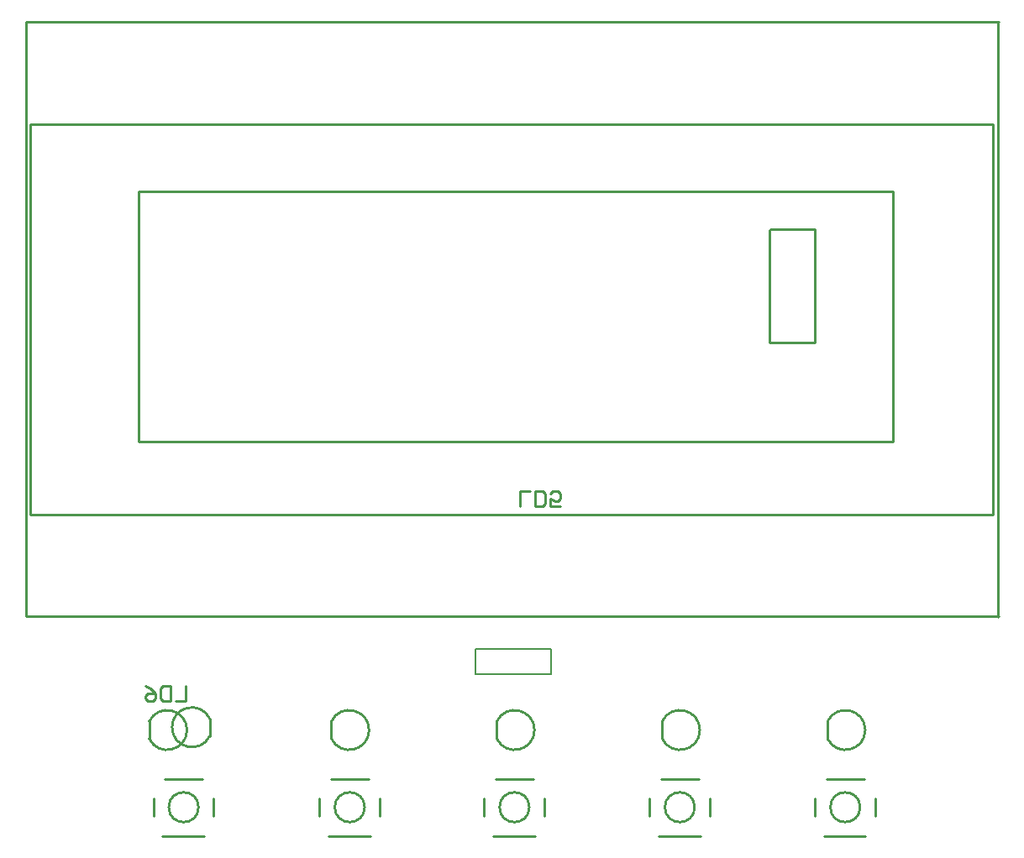
<source format=gbo>
G04*
G04 #@! TF.GenerationSoftware,Altium Limited,Altium Designer,19.1.6 (110)*
G04*
G04 Layer_Color=32896*
%FSLAX43Y43*%
%MOMM*%
G71*
G01*
G75*
%ADD12C,0.254*%
%ADD14C,0.200*%
D12*
X19292Y29016D02*
G03*
X19292Y27263I-1798J-877D01*
G01*
X13196Y26984D02*
G03*
X13196Y28737I1798J877D01*
G01*
X31552Y26984D02*
G03*
X31552Y28737I1798J877D01*
G01*
X48222Y26984D02*
G03*
X48222Y28737I1798J877D01*
G01*
X64892Y26984D02*
G03*
X64892Y28737I1798J877D01*
G01*
X81562Y26984D02*
G03*
X81562Y28737I1798J877D01*
G01*
X84840Y20076D02*
G03*
X84840Y20076I-1500J0D01*
G01*
X68170D02*
G03*
X68170Y20076I-1500J0D01*
G01*
X51500D02*
G03*
X51500Y20076I-1500J0D01*
G01*
X34900D02*
G03*
X34900Y20076I-1500J0D01*
G01*
X18160D02*
G03*
X18160Y20076I-1500J0D01*
G01*
X19292Y27200D02*
X19292Y29016D01*
X13196Y26984D02*
X13196Y28800D01*
X31552Y26984D02*
X31552Y28800D01*
X48222Y26984D02*
X48222Y28800D01*
X64892Y26984D02*
X64892Y28800D01*
X81562Y26984D02*
X81562Y28800D01*
X81206Y17142D02*
X85397D01*
X80292Y19200D02*
Y20978D01*
X86363Y19225D02*
Y21003D01*
X81816Y22934D02*
X85245D01*
X81435D02*
X81816D01*
X64536Y17142D02*
X68727D01*
X63622Y19200D02*
Y20978D01*
X69693Y19225D02*
Y21003D01*
X65146Y22934D02*
X68575D01*
X64765D02*
X65146D01*
X47866Y17142D02*
X52057D01*
X46952Y19200D02*
Y20978D01*
X53023Y19225D02*
Y21003D01*
X48476Y22934D02*
X51905D01*
X48095D02*
X48476D01*
X31266Y17142D02*
X35457D01*
X30352Y19200D02*
Y20978D01*
X36423Y19225D02*
Y21003D01*
X31876Y22934D02*
X35305D01*
X31495D02*
X31876D01*
X14526Y17142D02*
X18717D01*
X13612Y19200D02*
Y20978D01*
X19683Y19225D02*
Y21003D01*
X15136Y22934D02*
X18565D01*
X14755D02*
X15136D01*
X737Y39370D02*
X98781D01*
X737D02*
Y99314D01*
X98781D01*
X88141Y56974D02*
Y82174D01*
X1241Y88974D02*
X98241D01*
X12141Y56974D02*
Y82174D01*
X88141D01*
X1241Y49574D02*
Y88974D01*
X12141Y56974D02*
X88141D01*
X98241Y49574D02*
Y88974D01*
X1241Y49574D02*
X98241D01*
X98741Y39274D02*
Y99274D01*
X737Y96774D02*
X737Y96774D01*
X75748Y75949D02*
Y78303D01*
X75758Y78343D02*
X80248D01*
Y75949D02*
Y78343D01*
X75748Y66949D02*
Y75949D01*
X80248Y66949D02*
Y75949D01*
X75748Y66949D02*
X80248D01*
X50546Y50419D02*
Y51943D01*
X51562D01*
X52070Y50419D02*
Y51943D01*
X52831D01*
X53085Y51689D01*
Y50673D01*
X52831Y50419D01*
X52070D01*
X54609D02*
X53593D01*
Y51181D01*
X54101Y50927D01*
X54355D01*
X54609Y51181D01*
Y51689D01*
X54355Y51943D01*
X53847D01*
X53593Y51689D01*
X16866Y32271D02*
Y30748D01*
X15850D01*
X15342Y32271D02*
Y30748D01*
X14580D01*
X14326Y31002D01*
Y32017D01*
X14580Y32271D01*
X15342D01*
X12803D02*
X13311Y32017D01*
X13819Y31510D01*
Y31002D01*
X13565Y30748D01*
X13057D01*
X12803Y31002D01*
Y31256D01*
X13057Y31510D01*
X13819D01*
D14*
X46101Y33528D02*
X53721D01*
X46101D02*
Y36068D01*
X53721D01*
Y33528D02*
Y36068D01*
M02*

</source>
